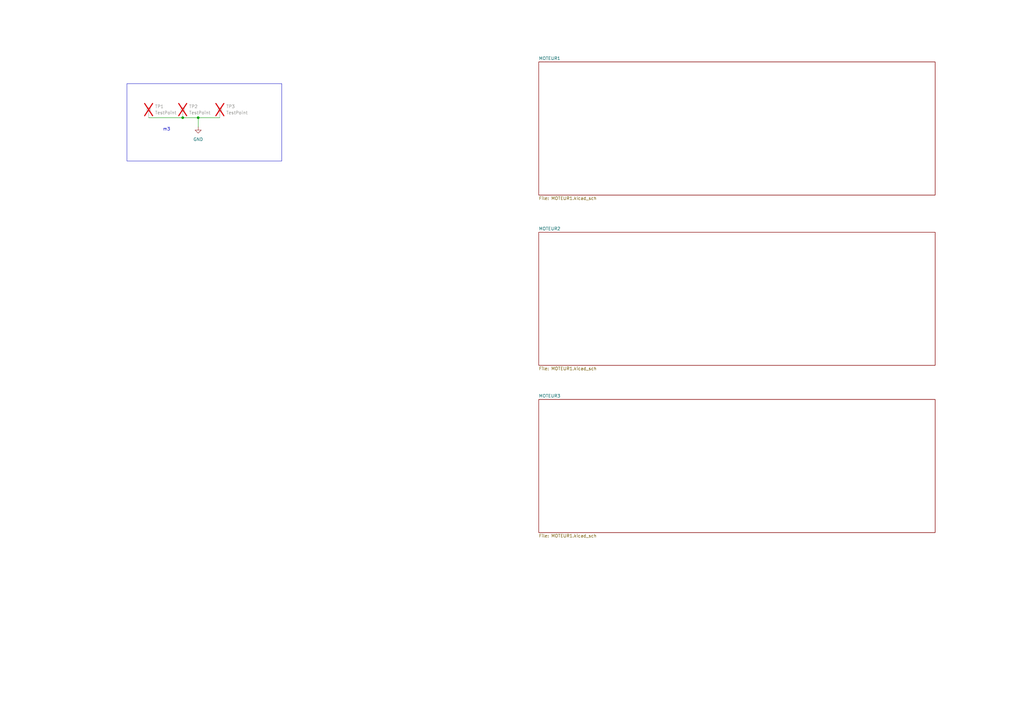
<source format=kicad_sch>
(kicad_sch (version 20250114) (generator "eeschema") (generator_version "9.0")
  (paper "A3")
  (lib_symbols
    (symbol "Connector:TestPoint" (pin_numbers (hide yes)) (pin_names (offset 0.762) (hide yes))
      (property "Reference" "TP" (at 0 6.858 0))
      (property "Value" "TestPoint" (at 0 5.08 0))
      (symbol "TestPoint_0_1"
        (circle (center 0 3.302) (radius 0.762))
      )
      (symbol "TestPoint_1_1"
        (pin passive line (at 0 0 90) (length 2.54) (name "1") (number "1"))
      )
    )
    (symbol "power:GND" (power) (pin_numbers (hide yes)) (pin_names (offset 0) (hide yes))
      (property "Value" "GND" (at 0 -3.81 0))
      (symbol "GND_0_1"
        (polyline (pts (xy 0 0) (xy 0 -1.27) (xy 1.27 -1.27) (xy 0 -2.54) (xy -1.27 -1.27) (xy 0 -1.27)))
      )
      (symbol "GND_1_1"
        (pin power_in line (at 0 0 270) (length 0) (name "~") (number "1"))
      )
    )
  )
  (rectangle (start 52.07 34.29) (end 115.57 66.04))
  (text "m3\n" (at 68.326 53.086 0) (effects (font (size 1.27 1.27))))
  (junction (at 74.93 48.26))
  (junction (at 81.28 48.26))
  (wire (pts (xy 74.93 48.26) (xy 81.28 48.26)))
  (wire (pts (xy 81.28 48.26) (xy 81.28 52.07)))
  (wire (pts (xy 81.28 48.26) (xy 90.17 48.26)))
  (wire (pts (xy 60.96 48.26) (xy 74.93 48.26)))
  (symbol (lib_id "Connector:TestPoint") (at 74.93 48.26 0) (unit 1) (dnp yes)
    (property "Reference" "TP2" (at 77.47 43.6879 0) (effects (justify left)))
    (property "Value" "TestPoint" (at 77.47 46.2279 0) (effects (justify left)))
    (property "Footprint" "samacsys:m3test" (effects (hide yes)))
    (property "Description" "test point" (effects (hide yes)))
  )
  (symbol (lib_id "Connector:TestPoint") (at 90.17 48.26 0) (unit 1) (dnp yes)
    (property "Reference" "TP3" (at 92.71 43.6879 0) (effects (justify left)))
    (property "Value" "TestPoint" (at 92.71 46.2279 0) (effects (justify left)))
    (property "Footprint" "samacsys:m3test" (effects (hide yes)))
    (property "Description" "test point" (effects (hide yes)))
  )
  (symbol (lib_id "power:GND") (at 81.28 52.07 0) (unit 1)
    (property "Reference" "#PWR030" (effects (hide yes)))
    (property "Value" "GND" (at 81.28 57.15 0))
    (property "Description" "Power symbol creates a global label with name \"GND\" , ground" (effects (hide yes)))
  )
  (symbol (lib_id "Connector:TestPoint") (at 60.96 48.26 0) (unit 1) (dnp yes)
    (property "Reference" "TP1" (at 63.5 43.6879 0) (effects (justify left)))
    (property "Value" "TestPoint" (at 63.5 46.2279 0) (effects (justify left)))
    (property "Footprint" "samacsys:m3test" (effects (hide yes)))
    (property "Description" "test point" (effects (hide yes)))
  )
  (sheet (at 220.98 163.83) (size 162.56 54.61) (stroke (width 0.1524))
    (property "Sheetname" "MOTEUR3" (at 220.98 163.1184 0) (effects (justify left bottom)))
    (property "Sheetfile" "MOTEUR1.kicad_sch" (at 220.98 219.0246 0) (effects (justify left top)))
  )
  (sheet (at 220.98 25.4) (size 162.56 54.61) (stroke (width 0.1524))
    (property "Sheetname" "MOTEUR1" (at 220.98 24.6884 0) (effects (justify left bottom)))
    (property "Sheetfile" "MOTEUR1.kicad_sch" (at 220.98 80.5946 0) (effects (justify left top)))
  )
  (sheet (at 220.98 95.25) (size 162.56 54.61) (stroke (width 0.1524))
    (property "Sheetname" "MOTEUR2" (at 220.98 94.5384 0) (effects (justify left bottom)))
    (property "Sheetfile" "MOTEUR1.kicad_sch" (at 220.98 150.4446 0) (effects (justify left top)))
  )
)
</source>
